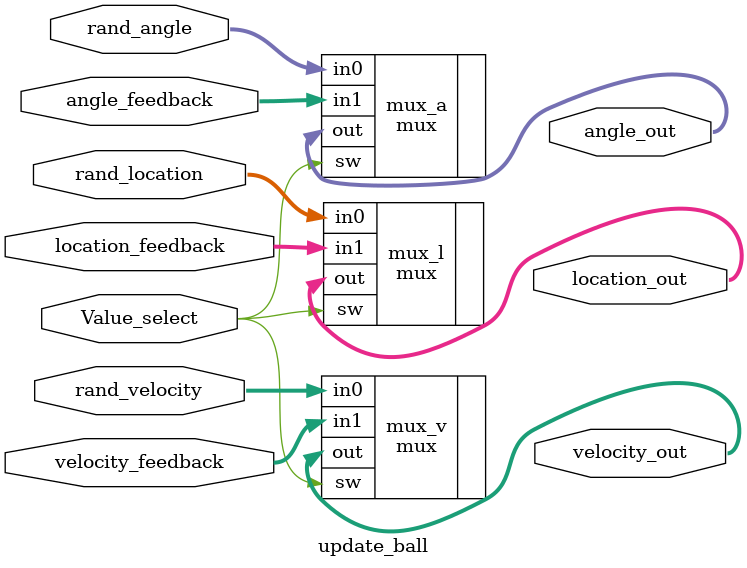
<source format=v>
module update_ball (
    input Value_select, 
    input [21:0] location_feedback,
    input [31:0] velocity_feedback,
    input [16:0] angle_feedback,
    input [16:0] rand_angle,
    input [21:0] rand_location,
    input [31:0] rand_velocity,
    output [31:0] velocity_out,
    output [21:0] location_out,
    output [16:0] angle_out
);
mux mux_v(.sw(Value_select), .in0(rand_velocity), .in1(velocity_feedback), .out(velocity_out));
mux mux_l(.sw(Value_select), .in0(rand_location), .in1(location_feedback), .out(location_out));
mux mux_a(.sw(Value_select), .in0(rand_angle), .in1(angle_feedback), .out(angle_out));
endmodule
</source>
